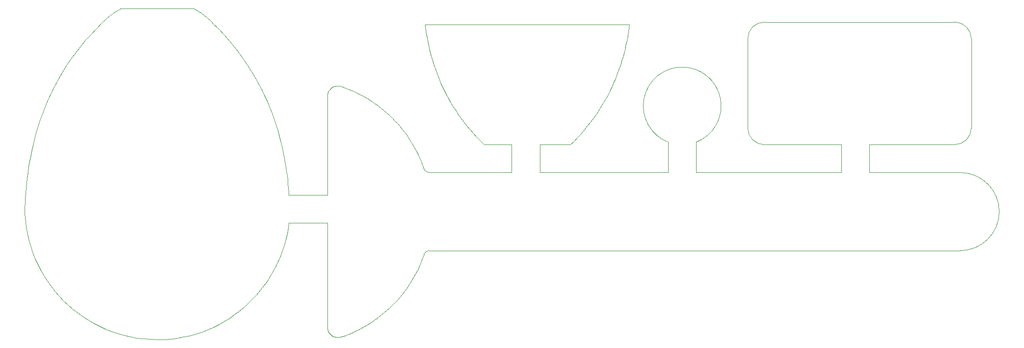
<source format=gbr>
%TF.GenerationSoftware,KiCad,Pcbnew,5.1.6*%
%TF.CreationDate,2020-08-23T11:13:54-07:00*%
%TF.ProjectId,plant_station_v3,706c616e-745f-4737-9461-74696f6e5f76,rev?*%
%TF.SameCoordinates,Original*%
%TF.FileFunction,Profile,NP*%
%FSLAX46Y46*%
G04 Gerber Fmt 4.6, Leading zero omitted, Abs format (unit mm)*
G04 Created by KiCad (PCBNEW 5.1.6) date 2020-08-23 11:13:54*
%MOMM*%
%LPD*%
G01*
G04 APERTURE LIST*
%TA.AperFunction,Profile*%
%ADD10C,0.100000*%
%TD*%
G04 APERTURE END LIST*
D10*
X118994676Y-71325662D02*
X118994676Y-89000000D01*
X162428845Y-80004480D02*
X157000000Y-80004480D01*
X180000000Y-85000000D02*
X157000000Y-85000000D01*
X180000000Y-79549999D02*
G75*
G02*
X184999999Y-79549999I2500000J6500328D01*
G01*
X185000000Y-85000000D02*
X211000000Y-85000000D01*
X231225000Y-80005000D02*
X216000000Y-80005000D01*
X216000000Y-85000000D02*
X232225000Y-85000000D01*
X118994676Y-94000000D02*
X112080000Y-94000000D01*
X112110000Y-89000000D02*
X118994676Y-89000000D01*
X216000000Y-80005000D02*
X216000000Y-85000000D01*
X211000000Y-80005000D02*
X211000000Y-85000000D01*
X184999999Y-79549999D02*
X185000000Y-85000000D01*
X180000000Y-79549999D02*
X180000000Y-85000000D01*
X157000000Y-80004480D02*
X157000000Y-85000000D01*
X152000000Y-80004480D02*
X152000000Y-85000000D01*
X137225000Y-85000000D02*
G75*
G02*
X136282359Y-84333807I0J1000000D01*
G01*
X136282359Y-84333807D02*
X136052751Y-83686492D01*
X136052751Y-83686492D02*
X135805010Y-83048055D01*
X135805010Y-83048055D02*
X135539445Y-82418804D01*
X135539445Y-82418804D02*
X135256368Y-81799043D01*
X135256368Y-81799043D02*
X134956090Y-81189080D01*
X134956090Y-81189080D02*
X134638922Y-80589220D01*
X134638922Y-80589220D02*
X134305174Y-79999769D01*
X134305174Y-79999769D02*
X133955158Y-79421034D01*
X133955158Y-79421034D02*
X133589185Y-78853321D01*
X133589185Y-78853321D02*
X133207566Y-78296937D01*
X133207566Y-78296937D02*
X132810611Y-77752187D01*
X132810611Y-77752187D02*
X132398632Y-77219377D01*
X132398632Y-77219377D02*
X131971940Y-76698815D01*
X131971940Y-76698815D02*
X131530846Y-76190805D01*
X131530846Y-76190805D02*
X131075660Y-75695655D01*
X131075660Y-75695655D02*
X130606694Y-75213670D01*
X130606694Y-75213670D02*
X130124259Y-74745157D01*
X130124259Y-74745157D02*
X129628666Y-74290422D01*
X129628666Y-74290422D02*
X129120225Y-73849771D01*
X129120225Y-73849771D02*
X128599248Y-73423510D01*
X128599248Y-73423510D02*
X128066045Y-73011946D01*
X128066045Y-73011946D02*
X127520929Y-72615385D01*
X127520929Y-72615385D02*
X126964209Y-72234133D01*
X126964209Y-72234133D02*
X126396196Y-71868496D01*
X126396196Y-71868496D02*
X125817202Y-71518780D01*
X125817202Y-71518780D02*
X125227538Y-71185292D01*
X125227538Y-71185292D02*
X124627515Y-70868338D01*
X124627515Y-70868338D02*
X124017443Y-70568224D01*
X124017443Y-70568224D02*
X123397634Y-70285256D01*
X123397634Y-70285256D02*
X122768399Y-70019741D01*
X122768399Y-70019741D02*
X122130048Y-69771985D01*
X122130048Y-69771985D02*
X121482893Y-69542294D01*
X121482893Y-69542294D02*
X121374143Y-69509188D01*
X121374143Y-69509188D02*
X121262999Y-69482561D01*
X121262999Y-69482561D02*
X121149619Y-69462609D01*
X121149619Y-69462609D02*
X121034158Y-69449523D01*
X121034158Y-69449523D02*
X120916775Y-69443499D01*
X120916775Y-69443499D02*
X120877247Y-69443094D01*
X120877247Y-114552677D02*
X120995236Y-114549003D01*
X120995236Y-114549003D02*
X121111355Y-114538138D01*
X121111355Y-114538138D02*
X121225447Y-114520314D01*
X121225447Y-114520314D02*
X121337353Y-114495766D01*
X121337353Y-114495766D02*
X121446918Y-114464725D01*
X121446918Y-114464725D02*
X121482893Y-114452977D01*
X120877247Y-69443094D02*
X120684775Y-69452812D01*
X120684775Y-69452812D02*
X120497862Y-69481336D01*
X120497862Y-69481336D02*
X120317452Y-69527720D01*
X120317452Y-69527720D02*
X120144492Y-69591019D01*
X120144492Y-69591019D02*
X119979930Y-69670286D01*
X119979930Y-69670286D02*
X119824712Y-69764576D01*
X119824712Y-69764576D02*
X119679784Y-69872943D01*
X119679784Y-69872943D02*
X119546092Y-69994442D01*
X119546092Y-69994442D02*
X119424584Y-70128126D01*
X119424584Y-70128126D02*
X119316206Y-70273049D01*
X119316206Y-70273049D02*
X119221905Y-70428267D01*
X119221905Y-70428267D02*
X119142626Y-70592832D01*
X119142626Y-70592832D02*
X119079318Y-70765801D01*
X119079318Y-70765801D02*
X119032925Y-70946225D01*
X119032925Y-70946225D02*
X119004396Y-71133161D01*
X119004396Y-71133161D02*
X118994676Y-71325662D01*
X118994676Y-94000000D02*
X118994676Y-112669080D01*
X118994676Y-112669080D02*
X119004396Y-112861727D01*
X119004396Y-112861727D02*
X119032925Y-113048795D01*
X119032925Y-113048795D02*
X119079318Y-113229340D01*
X119079318Y-113229340D02*
X119142626Y-113402415D01*
X119142626Y-113402415D02*
X119221905Y-113567076D01*
X119221905Y-113567076D02*
X119316206Y-113722377D01*
X119316206Y-113722377D02*
X119424584Y-113867374D01*
X119424584Y-113867374D02*
X119546092Y-114001121D01*
X119546092Y-114001121D02*
X119679784Y-114122673D01*
X119679784Y-114122673D02*
X119824712Y-114231084D01*
X119824712Y-114231084D02*
X119979930Y-114325410D01*
X119979930Y-114325410D02*
X120144492Y-114404706D01*
X120144492Y-114404706D02*
X120317452Y-114468025D01*
X120317452Y-114468025D02*
X120497862Y-114514424D01*
X120497862Y-114514424D02*
X120684775Y-114542956D01*
X120684775Y-114542956D02*
X120877247Y-114552677D01*
X121482893Y-114452977D02*
X122130048Y-114223287D01*
X122130048Y-114223287D02*
X122768399Y-113975536D01*
X122768399Y-113975536D02*
X123397634Y-113710031D01*
X123397634Y-113710031D02*
X124017443Y-113427078D01*
X124017443Y-113427078D02*
X124627514Y-113126985D01*
X124627514Y-113126985D02*
X125227537Y-112810059D01*
X125227537Y-112810059D02*
X125817200Y-112476606D01*
X125817200Y-112476606D02*
X126396192Y-112126933D01*
X126396192Y-112126933D02*
X126964203Y-111761348D01*
X126964203Y-111761348D02*
X127520921Y-111380157D01*
X127520921Y-111380157D02*
X128066035Y-110983667D01*
X128066035Y-110983667D02*
X128599234Y-110572186D01*
X128599234Y-110572186D02*
X129120208Y-110146019D01*
X129120208Y-110146019D02*
X129628644Y-109705474D01*
X129628644Y-109705474D02*
X130124233Y-109250858D01*
X130124233Y-109250858D02*
X130606662Y-108782478D01*
X130606662Y-108782478D02*
X131075622Y-108300641D01*
X131075622Y-108300641D02*
X131530800Y-107805653D01*
X131530800Y-107805653D02*
X131971886Y-107297822D01*
X131971886Y-107297822D02*
X132398569Y-106777455D01*
X132398569Y-106777455D02*
X132810538Y-106244857D01*
X132810538Y-106244857D02*
X133207482Y-105700338D01*
X133207482Y-105700338D02*
X133589089Y-105144202D01*
X133589089Y-105144202D02*
X133955049Y-104576758D01*
X133955049Y-104576758D02*
X134305051Y-103998312D01*
X134305051Y-103998312D02*
X134638783Y-103409171D01*
X134638783Y-103409171D02*
X134955935Y-102809643D01*
X134955935Y-102809643D02*
X135256195Y-102200033D01*
X135256195Y-102200033D02*
X135539253Y-101580649D01*
X135539253Y-101580649D02*
X135804797Y-100951798D01*
X135804797Y-100951798D02*
X136052517Y-100313786D01*
X136052517Y-100313786D02*
X136282101Y-99666922D01*
X162428845Y-80004480D02*
X163106870Y-79335120D01*
X163106870Y-79335120D02*
X163756316Y-78660592D01*
X163756316Y-78660592D02*
X164377810Y-77981380D01*
X164377810Y-77981380D02*
X164971979Y-77297966D01*
X164971979Y-77297966D02*
X165539451Y-76610836D01*
X165539451Y-76610836D02*
X166080852Y-75920474D01*
X166080852Y-75920474D02*
X166596809Y-75227362D01*
X166596809Y-75227362D02*
X167087949Y-74531986D01*
X167087949Y-74531986D02*
X167554900Y-73834829D01*
X167554900Y-73834829D02*
X167998289Y-73136375D01*
X167998289Y-73136375D02*
X168418742Y-72437108D01*
X168418742Y-72437108D02*
X168816886Y-71737513D01*
X168816886Y-71737513D02*
X169193350Y-71038072D01*
X169193350Y-71038072D02*
X169548759Y-70339271D01*
X169548759Y-70339271D02*
X169883741Y-69641592D01*
X169883741Y-69641592D02*
X170198923Y-68945521D01*
X170198923Y-68945521D02*
X170494932Y-68251540D01*
X170494932Y-68251540D02*
X170772395Y-67560135D01*
X170772395Y-67560135D02*
X171031939Y-66871788D01*
X171031939Y-66871788D02*
X171274192Y-66186984D01*
X171274192Y-66186984D02*
X171499779Y-65506207D01*
X171499779Y-65506207D02*
X171709329Y-64829941D01*
X171709329Y-64829941D02*
X171903468Y-64158670D01*
X171903468Y-64158670D02*
X172082824Y-63492878D01*
X172082824Y-63492878D02*
X172248023Y-62833048D01*
X172248023Y-62833048D02*
X172399693Y-62179665D01*
X172399693Y-62179665D02*
X172538460Y-61533213D01*
X172538460Y-61533213D02*
X172664952Y-60894175D01*
X172664952Y-60894175D02*
X172779796Y-60263036D01*
X172779796Y-60263036D02*
X172883618Y-59640280D01*
X172883618Y-59640280D02*
X172977047Y-59026390D01*
X172977047Y-59026390D02*
X173060709Y-58421851D01*
X173060709Y-58421851D02*
X136453707Y-58421851D01*
X147045288Y-80004480D02*
X152000000Y-80004480D01*
X136453707Y-58421851D02*
X136536939Y-59024890D01*
X136536939Y-59024890D02*
X136629838Y-59637218D01*
X136629838Y-59637218D02*
X136733034Y-60258366D01*
X136733034Y-60258366D02*
X136847159Y-60887867D01*
X136847159Y-60887867D02*
X136972846Y-61525252D01*
X136972846Y-61525252D02*
X137110727Y-62170053D01*
X137110727Y-62170053D02*
X137261432Y-62821802D01*
X137261432Y-62821802D02*
X137425594Y-63480031D01*
X137425594Y-63480031D02*
X137603845Y-64144273D01*
X137603845Y-64144273D02*
X137796816Y-64814057D01*
X137796816Y-64814057D02*
X138005140Y-65488918D01*
X138005140Y-65488918D02*
X138229448Y-66168386D01*
X138229448Y-66168386D02*
X138470372Y-66851994D01*
X138470372Y-66851994D02*
X138728543Y-67539273D01*
X138728543Y-67539273D02*
X139004594Y-68229755D01*
X139004594Y-68229755D02*
X139299157Y-68922973D01*
X139299157Y-68922973D02*
X139612863Y-69618457D01*
X139612863Y-69618457D02*
X139946344Y-70315741D01*
X139946344Y-70315741D02*
X140300232Y-71014356D01*
X140300232Y-71014356D02*
X140675159Y-71713833D01*
X140675159Y-71713833D02*
X141071756Y-72413706D01*
X141071756Y-72413706D02*
X141490656Y-73113505D01*
X141490656Y-73113505D02*
X141932490Y-73812762D01*
X141932490Y-73812762D02*
X142397890Y-74511010D01*
X142397890Y-74511010D02*
X142887488Y-75207781D01*
X142887488Y-75207781D02*
X143401915Y-75902605D01*
X143401915Y-75902605D02*
X143941805Y-76595016D01*
X143941805Y-76595016D02*
X144507787Y-77284545D01*
X144507787Y-77284545D02*
X145100495Y-77970724D01*
X145100495Y-77970724D02*
X145720560Y-78653085D01*
X145720560Y-78653085D02*
X146368613Y-79331159D01*
X146368613Y-79331159D02*
X147045288Y-80004480D01*
X211000000Y-80005000D02*
X197225000Y-80005000D01*
X194225000Y-77005000D02*
X194225000Y-61005000D01*
X197225000Y-58005000D02*
X231225000Y-58005000D01*
X234225000Y-61005000D02*
X234225000Y-77005000D01*
X234225000Y-77005000D02*
G75*
G02*
X231225000Y-80005000I-3000000J0D01*
G01*
X231225000Y-58005000D02*
G75*
G02*
X234225000Y-61005000I0J-3000000D01*
G01*
X194225000Y-61005000D02*
G75*
G02*
X197225000Y-58005000I3000000J0D01*
G01*
X197225000Y-80005000D02*
G75*
G02*
X194225000Y-77005000I0J3000000D01*
G01*
X137225000Y-99000000D02*
X232225000Y-99000000D01*
X152000000Y-85000000D02*
X138225000Y-85000000D01*
X138225000Y-85000000D02*
X137225000Y-85000000D01*
X232225000Y-85000000D02*
G75*
G02*
X232225000Y-99000000I0J-7000000D01*
G01*
X136282101Y-99666922D02*
G75*
G02*
X137225000Y-99000000I942899J-333078D01*
G01*
X112110000Y-89000000D02*
X112066671Y-88382304D01*
X112066671Y-88382304D02*
X112014389Y-87726518D01*
X112014389Y-87726518D02*
X111951580Y-87034220D01*
X111951580Y-87034220D02*
X111876675Y-86306988D01*
X111876675Y-86306988D02*
X111788101Y-85546400D01*
X111788101Y-85546400D02*
X111684286Y-84754034D01*
X111684286Y-84754034D02*
X111563661Y-83931467D01*
X111563661Y-83931467D02*
X111424652Y-83080279D01*
X111424652Y-83080279D02*
X111265689Y-82202047D01*
X111265689Y-82202047D02*
X111085199Y-81298349D01*
X111085199Y-81298349D02*
X110881613Y-80370762D01*
X110881613Y-80370762D02*
X110653357Y-79420865D01*
X110653357Y-79420865D02*
X110398862Y-78450237D01*
X110398862Y-78450237D02*
X110116554Y-77460454D01*
X110116554Y-77460454D02*
X109804864Y-76453095D01*
X109804864Y-76453095D02*
X109462218Y-75429737D01*
X109462218Y-75429737D02*
X109087047Y-74391960D01*
X109087047Y-74391960D02*
X108677778Y-73341340D01*
X108677778Y-73341340D02*
X108232840Y-72279456D01*
X108232840Y-72279456D02*
X107750661Y-71207886D01*
X107750661Y-71207886D02*
X107229671Y-70128207D01*
X107229671Y-70128207D02*
X106668297Y-69041999D01*
X106668297Y-69041999D02*
X106064968Y-67950838D01*
X106064968Y-67950838D02*
X105418113Y-66856302D01*
X105418113Y-66856302D02*
X104726160Y-65759971D01*
X104726160Y-65759971D02*
X103987538Y-64663421D01*
X103987538Y-64663421D02*
X103200675Y-63568230D01*
X103200675Y-63568230D02*
X102364000Y-62475977D01*
X102364000Y-62475977D02*
X101475941Y-61388240D01*
X101475941Y-61388240D02*
X100534928Y-60306597D01*
X100534928Y-60306597D02*
X99539388Y-59232625D01*
X99539388Y-59232625D02*
X98487750Y-58167903D01*
X88547284Y-114922438D02*
X89763452Y-114896439D01*
X89763452Y-114896439D02*
X90957205Y-114810800D01*
X90957205Y-114810800D02*
X92127683Y-114667434D01*
X92127683Y-114667434D02*
X93274025Y-114468256D01*
X93274025Y-114468256D02*
X94395372Y-114215177D01*
X94395372Y-114215177D02*
X95490863Y-113910113D01*
X95490863Y-113910113D02*
X96559638Y-113554977D01*
X96559638Y-113554977D02*
X97600836Y-113151681D01*
X97600836Y-113151681D02*
X98613598Y-112702140D01*
X98613598Y-112702140D02*
X99597062Y-112208267D01*
X99597062Y-112208267D02*
X100550370Y-111671975D01*
X100550370Y-111671975D02*
X101472660Y-111095179D01*
X101472660Y-111095179D02*
X102363072Y-110479791D01*
X102363072Y-110479791D02*
X103220746Y-109827725D01*
X103220746Y-109827725D02*
X104044822Y-109140894D01*
X104044822Y-109140894D02*
X104834440Y-108421213D01*
X104834440Y-108421213D02*
X105588739Y-107670594D01*
X105588739Y-107670594D02*
X106306858Y-106890951D01*
X106306858Y-106890951D02*
X106987939Y-106084197D01*
X106987939Y-106084197D02*
X107631120Y-105252247D01*
X107631120Y-105252247D02*
X108235541Y-104397013D01*
X108235541Y-104397013D02*
X108800343Y-103520410D01*
X108800343Y-103520410D02*
X109324664Y-102624350D01*
X109324664Y-102624350D02*
X109807644Y-101710747D01*
X109807644Y-101710747D02*
X110248424Y-100781515D01*
X110248424Y-100781515D02*
X110646143Y-99838566D01*
X110646143Y-99838566D02*
X110999940Y-98883816D01*
X110999940Y-98883816D02*
X111308956Y-97919176D01*
X111308956Y-97919176D02*
X111572330Y-96946561D01*
X111572330Y-96946561D02*
X111789202Y-95967885D01*
X111789202Y-95967885D02*
X111958712Y-94985059D01*
X111958712Y-94985059D02*
X112080000Y-94000000D01*
X81982315Y-55612500D02*
X81871191Y-55674032D01*
X81871191Y-55674032D02*
X81760617Y-55736599D01*
X81760617Y-55736599D02*
X81650602Y-55800197D01*
X81650602Y-55800197D02*
X81541153Y-55864823D01*
X81541153Y-55864823D02*
X81432278Y-55930475D01*
X81432278Y-55930475D02*
X81323985Y-55997150D01*
X81323985Y-55997150D02*
X81216282Y-56064845D01*
X81216282Y-56064845D02*
X81109177Y-56133557D01*
X81109177Y-56133557D02*
X81002678Y-56203283D01*
X81002678Y-56203283D02*
X80896792Y-56274021D01*
X80896792Y-56274021D02*
X80791528Y-56345768D01*
X80791528Y-56345768D02*
X80686894Y-56418522D01*
X80686894Y-56418522D02*
X80582897Y-56492278D01*
X80582897Y-56492278D02*
X80479545Y-56567035D01*
X80479545Y-56567035D02*
X80376847Y-56642790D01*
X80376847Y-56642790D02*
X80274810Y-56719539D01*
X80274810Y-56719539D02*
X80173441Y-56797281D01*
X80173441Y-56797281D02*
X80072750Y-56876012D01*
X80072750Y-56876012D02*
X79972744Y-56955730D01*
X79972744Y-56955730D02*
X79873430Y-57036431D01*
X79873430Y-57036431D02*
X79774818Y-57118114D01*
X79774818Y-57118114D02*
X79676914Y-57200774D01*
X79676914Y-57200774D02*
X79579726Y-57284410D01*
X79579726Y-57284410D02*
X79483263Y-57369019D01*
X79483263Y-57369019D02*
X79387532Y-57454597D01*
X79387532Y-57454597D02*
X79292542Y-57541143D01*
X79292542Y-57541143D02*
X79198300Y-57628653D01*
X79198300Y-57628653D02*
X79104814Y-57717124D01*
X79104814Y-57717124D02*
X79012092Y-57806554D01*
X79012092Y-57806554D02*
X78920142Y-57896940D01*
X78920142Y-57896940D02*
X78828972Y-57988279D01*
X78828972Y-57988279D02*
X78738590Y-58080569D01*
X95159274Y-55612500D02*
X81982315Y-55612500D01*
X64846951Y-91224183D02*
X64877796Y-92443719D01*
X64877796Y-92443719D02*
X64969326Y-93647245D01*
X64969326Y-93647245D02*
X65120051Y-94833270D01*
X65120051Y-94833270D02*
X65328483Y-96000307D01*
X65328483Y-96000307D02*
X65593132Y-97146865D01*
X65593132Y-97146865D02*
X65912509Y-98271456D01*
X65912509Y-98271456D02*
X66285125Y-99372592D01*
X66285125Y-99372592D02*
X66709490Y-100448782D01*
X66709490Y-100448782D02*
X67184116Y-101498538D01*
X67184116Y-101498538D02*
X67707513Y-102520371D01*
X67707513Y-102520371D02*
X68278192Y-103512792D01*
X68278192Y-103512792D02*
X68894664Y-104474312D01*
X68894664Y-104474312D02*
X69555439Y-105403442D01*
X69555439Y-105403442D02*
X70259030Y-106298693D01*
X70259030Y-106298693D02*
X71003945Y-107158576D01*
X71003945Y-107158576D02*
X71788697Y-107981602D01*
X71788697Y-107981602D02*
X72611796Y-108766282D01*
X72611796Y-108766282D02*
X73471753Y-109511126D01*
X73471753Y-109511126D02*
X74367079Y-110214647D01*
X74367079Y-110214647D02*
X75296283Y-110875355D01*
X75296283Y-110875355D02*
X76257879Y-111491761D01*
X76257879Y-111491761D02*
X77250375Y-112062375D01*
X77250375Y-112062375D02*
X78272284Y-112585710D01*
X78272284Y-112585710D02*
X79322115Y-113060276D01*
X79322115Y-113060276D02*
X80398379Y-113484584D01*
X80398379Y-113484584D02*
X81499589Y-113857144D01*
X81499589Y-113857144D02*
X82624253Y-114176469D01*
X82624253Y-114176469D02*
X83770884Y-114441069D01*
X83770884Y-114441069D02*
X84937991Y-114649454D01*
X84937991Y-114649454D02*
X86124087Y-114800137D01*
X86124087Y-114800137D02*
X87327680Y-114891628D01*
X87327680Y-114891628D02*
X88547284Y-114922438D01*
X98487750Y-58167903D02*
X98395372Y-58071935D01*
X98395372Y-58071935D02*
X98302159Y-57976972D01*
X98302159Y-57976972D02*
X98208119Y-57883018D01*
X98208119Y-57883018D02*
X98113260Y-57790075D01*
X98113260Y-57790075D02*
X98017592Y-57698147D01*
X98017592Y-57698147D02*
X97921122Y-57607237D01*
X97921122Y-57607237D02*
X97823860Y-57517350D01*
X97823860Y-57517350D02*
X97725812Y-57428489D01*
X97725812Y-57428489D02*
X97626989Y-57340656D01*
X97626989Y-57340656D02*
X97527398Y-57253856D01*
X97527398Y-57253856D02*
X97427047Y-57168091D01*
X97427047Y-57168091D02*
X97325946Y-57083367D01*
X97325946Y-57083367D02*
X97224102Y-56999685D01*
X97224102Y-56999685D02*
X97121525Y-56917049D01*
X97121525Y-56917049D02*
X97018222Y-56835463D01*
X97018222Y-56835463D02*
X96914202Y-56754931D01*
X96914202Y-56754931D02*
X96809474Y-56675455D01*
X96809474Y-56675455D02*
X96704046Y-56597040D01*
X96704046Y-56597040D02*
X96597925Y-56519689D01*
X96597925Y-56519689D02*
X96491122Y-56443404D01*
X96491122Y-56443404D02*
X96383644Y-56368191D01*
X96383644Y-56368191D02*
X96275500Y-56294051D01*
X96275500Y-56294051D02*
X96166698Y-56220989D01*
X96166698Y-56220989D02*
X96057247Y-56149008D01*
X96057247Y-56149008D02*
X95947155Y-56078112D01*
X95947155Y-56078112D02*
X95836430Y-56008304D01*
X95836430Y-56008304D02*
X95725081Y-55939588D01*
X95725081Y-55939588D02*
X95613117Y-55871966D01*
X95613117Y-55871966D02*
X95500546Y-55805443D01*
X95500546Y-55805443D02*
X95387376Y-55740022D01*
X95387376Y-55740022D02*
X95273615Y-55675706D01*
X95273615Y-55675706D02*
X95159274Y-55612500D01*
X78738590Y-58080569D02*
X77672361Y-59140143D01*
X77672361Y-59140143D02*
X76662457Y-60210648D01*
X76662457Y-60210648D02*
X75707323Y-61290838D01*
X75707323Y-61290838D02*
X74805405Y-62379466D01*
X74805405Y-62379466D02*
X73955149Y-63475284D01*
X73955149Y-63475284D02*
X73154999Y-64577046D01*
X73154999Y-64577046D02*
X72403402Y-65683506D01*
X72403402Y-65683506D02*
X71698804Y-66793414D01*
X71698804Y-66793414D02*
X71039651Y-67905526D01*
X71039651Y-67905526D02*
X70424387Y-69018594D01*
X70424387Y-69018594D02*
X69851460Y-70131372D01*
X69851460Y-70131372D02*
X69319314Y-71242611D01*
X69319314Y-71242611D02*
X68826395Y-72351065D01*
X68826395Y-72351065D02*
X68371149Y-73455488D01*
X68371149Y-73455488D02*
X67952022Y-74554633D01*
X67952022Y-74554633D02*
X67567460Y-75647251D01*
X67567460Y-75647251D02*
X67215908Y-76732098D01*
X67215908Y-76732098D02*
X66895811Y-77807924D01*
X66895811Y-77807924D02*
X66605617Y-78873485D01*
X66605617Y-78873485D02*
X66343770Y-79927532D01*
X66343770Y-79927532D02*
X66108716Y-80968819D01*
X66108716Y-80968819D02*
X65898901Y-81996099D01*
X65898901Y-81996099D02*
X65712770Y-83008125D01*
X65712770Y-83008125D02*
X65548770Y-84003650D01*
X65548770Y-84003650D02*
X65405346Y-84981427D01*
X65405346Y-84981427D02*
X65280944Y-85940209D01*
X65280944Y-85940209D02*
X65174010Y-86878750D01*
X65174010Y-86878750D02*
X65082988Y-87795801D01*
X65082988Y-87795801D02*
X65006326Y-88690117D01*
X65006326Y-88690117D02*
X64942468Y-89560451D01*
X64942468Y-89560451D02*
X64889861Y-90405555D01*
X64889861Y-90405555D02*
X64846951Y-91224183D01*
M02*

</source>
